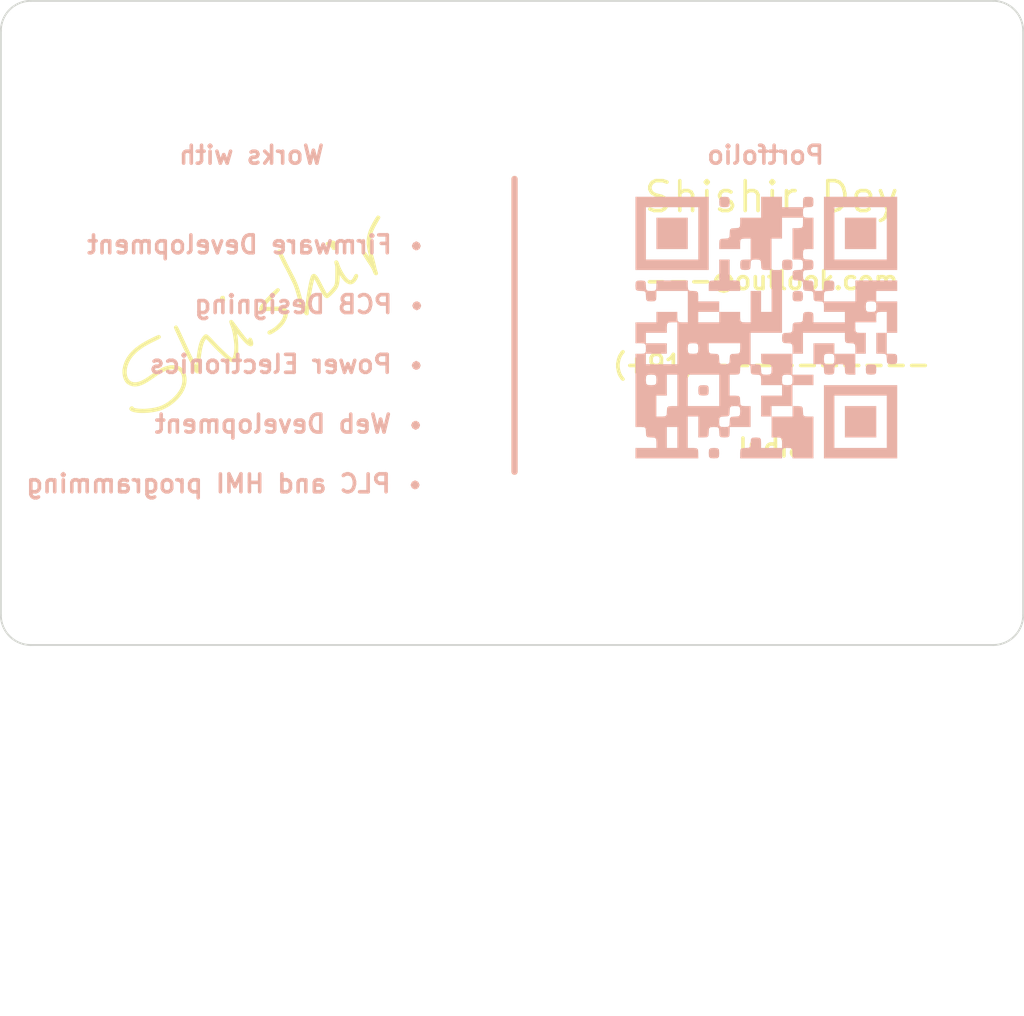
<source format=kicad_pcb>
(kicad_pcb (version 20211014) (generator pcbnew)
  (title_block (title "pcb-business-card") (date "2022-01-08") (rev "1.0") (comment 1 "Author: Shishir Dey"))
  (layers (0 "F.Cu" signal) (31 "B.Cu" signal) (34 "B.Paste" user) (35 "F.Paste" user) (36 "B.SilkS" user "B.Silkscreen") (37 "F.SilkS" user "F.Silkscreen") (38 "B.Mask" user) (39 "F.Mask" user) (44 "Edge.Cuts" user))
  (net 0 "")
  (footprint "LOGO" (layer "F.Cu") (at 149.64 99.5)
    (fp_text reference "G***" hide)
    (fp_text value "LOGO" hide)
  )
  (footprint "Custom:shishir-sign" (layer "F.Cu") (at 129 102.5)
    (fp_text reference "G***" hide)
    (fp_text value "LOGO" hide)
    (fp_poly (pts (xy 1.891563 -6.093325) (xy 1.939831 -6.0677) (xy 1.979572 -6.014952) (xy 2.019246 -5.926864) (xy 2.027917 -5.904284) (xy 2.053893 -5.842717) (xy 2.098099 -5.746092) (xy 2.157524 -5.6205) (xy 2.229157 -5.472033) (xy 2.309991 -5.306783) (xy 2.397013 -5.130841) (xy 2.487215 -4.9503) (xy 2.577587 -4.771252) (xy 2.665118 -4.599787) (xy 2.746798 -4.441998) (xy 2.806057 -4.329426) (xy 2.951243 -4.053327) (xy 3.075539 -3.809673) (xy 3.181954 -3.591244) (xy 3.2735 -3.390822) (xy 3.353185 -3.201187) (xy 3.42402 -3.01512) (xy 3.489015 -2.825402) (xy 3.551181 -2.624815) (xy 3.613527 -2.406138) (xy 3.624145 -2.367432) (xy 3.703502 -2.082382) (xy 3.773595 -1.842428) (xy 3.83441 -1.647613) (xy 3.885933 -1.497984) (xy 3.928146 -1.393583) (xy 3.961037 -1.334456) (xy 3.98072 -1.319781) (xy 3.988998 -1.341389) (xy 4.001358 -1.400702) (xy 4.016322 -1.489448) (xy 4.032414 -1.599361) (xy 4.037625 -1.638149) (xy 4.082492 -1.964739) (xy 4.129416 -2.278857) (xy 4.177666 -2.576887) (xy 4.226507 -2.855209) (xy 4.275208 -3.110207) (xy 4.323035 -3.338263) (xy 4.369256 -3.535758) (xy 4.413138 -3.699076) (xy 4.453949 -3.824598) (xy 4.490955 -3.908706) (xy 4.500719 -3.924613) (xy 4.557409 -3.996644) (xy 4.613264 -4.035258) (xy 4.684902 -4.049928) (xy 4.722811 -4.051223) (xy 4.777305 -4.049042) (xy 4.819991 -4.036878) (xy 4.863063 -4.007676) (xy 4.918716 -3.954378) (xy 4.954351 -3.917246) (xy 4.99485 -3.871753) (xy 5.035347 -3.819231) (xy 5.078864 -3.754522) (xy 5.128425 -3.67247) (xy 5.187053 -3.567919) (xy 5.25777 -3.435711) (xy 5.343598 -3.27069) (xy 5.415362 -3.13079) (xy 5.498598 -2.969227) (xy 5.576815 -2.819913) (xy 5.647129 -2.688159) (xy 5.706656 -2.579276) (xy 5.752515 -2.498576) (xy 5.781821 -2.451369) (xy 5.789176 -2.442154) (xy 5.813371 -2.425132) (xy 5.83802 -2.426602) (xy 5.872944 -2.45141) (xy 5.927964 -2.504401) (xy 5.940083 -2.516623) (xy 6.06259 -2.644489) (xy 6.175751 -2.77018) (xy 6.274039 -2.887018) (xy 6.351929 -2.988326) (xy 6.403894 -3.067429) (xy 6.416655 -3.092413) (xy 6.440762 -3.152301) (xy 6.460108 -3.215305) (xy 6.475245 -3.28732) (xy 6.486724 -3.374242) (xy 6.495097 -3.481966) (xy 6.500914 -3.616388) (xy 6.504728 -3.783403) (xy 6.50709 -3.988908) (xy 6.507638 -4.065051) (xy 6.508676 -4.25724) (xy 6.508783 -4.409532) (xy 6.507591 -4.528335) (xy 6.504733 -4.620055) (xy 6.499842 -4.691102) (xy 6.492549 -4.747882) (xy 6.482486 -4.796804) (xy 6.469287 -4.844274) (xy 6.461499 -4.869146) (xy 6.431819 -4.99599) (xy 6.434622 -5.090182) (xy 6.470127 -5.152285) (xy 6.538551 -5.182863) (xy 6.583831 -5.186509) (xy 6.650243 -5.179135) (xy 6.702414 -5.152554) (xy 6.746011 -5.100077) (xy 6.786699 -5.015013) (xy 6.827553 -4.898758) (xy 6.904223 -4.68961) (xy 7.000023 -4.474221) (xy 7.109738 -4.261617) (xy 7.228154 -4.060827) (xy 7.350056 -3.880878) (xy 7.470228 -3.730798) (xy 7.549049 -3.649714) (xy 7.648635 -3.568676) (xy 7.733924 -3.526713) (xy 7.80922 -3.525113) (xy 7.878829 -3.565164) (xy 7.947057 -3.648154) (xy 8.018209 -3.775371) (xy 8.02663 -3.792598) (xy 8.0813 -3.902178) (xy 8.123944 -3.976008) (xy 8.160679 -4.020947) (xy 8.197621 -4.043849) (xy 8.240888 -4.051573) (xy 8.25801 -4.05196) (xy 8.345287 -4.033711) (xy 8.401952 -3.982343) (xy 8.423588 -3.902924) (xy 8.421444 -3.864433) (xy 8.388861 -3.740818) (xy 8.327342 -3.606689) (xy 8.245362 -3.475119) (xy 8.151396 -3.359177) (xy 8.053917 -3.271934) (xy 8.025229 -3.253297) (xy 7.887898 -3.193618) (xy 7.750972 -3.176927) (xy 7.612464 -3.203775) (xy 7.470389 -3.274716) (xy 7.322758 -3.390304) (xy 7.239578 -3.471951) (xy 7.154902 -3.566572) (xy 7.071055 -3.670376) (xy 7.001203 -3.766683) (xy 6.976788 -3.804887) (xy 6.883898 -3.95999) (xy 6.869201 -3.641299) (xy 6.853076 -3.417073) (xy 6.824929 -3.228502) (xy 6.781155 -3.065705) (xy 6.718149 -2.9188) (xy 6.632309 -2.777905) (xy 6.52003 -2.63314) (xy 6.487816 -2.595655) (xy 6.34078 -2.432994) (xy 6.204739 -2.29374) (xy 6.083478 -2.181368) (xy 5.980779 -2.099353) (xy 5.900427 -2.051169) (xy 5.890419 -2.047029) (xy 5.825922 -2.025396) (xy 5.779882 -2.023197) (xy 5.728494 -2.04093) (xy 5.707119 -2.050855) (xy 5.646221 -2.089023) (xy 5.582939 -2.148565) (xy 5.514705 -2.233255) (xy 5.43895 -2.346866) (xy 5.353105 -2.493171) (xy 5.2546 -2.675944) (xy 5.172308 -2.836372) (xy 5.06181 -3.054196) (xy 4.970202 -3.232413) (xy 4.896317 -3.373158) (xy 4.83899 -3.478564) (xy 4.797055 -3.550765) (xy 4.769347 -3.591896) (xy 4.7547 -3.60409) (xy 4.753356 -3.603371) (xy 4.738865 -3.57066) (xy 4.718064 -3.498546) (xy 4.692214 -3.39331) (xy 4.662577 -3.261233) (xy 4.630416 -3.108596) (xy 4.596991 -2.941681) (xy 4.563564 -2.76677) (xy 4.531397 -2.590143) (xy 4.501752 -2.418081) (xy 4.475891 -2.256867) (xy 4.457431 -2.130173) (xy 4.442057 -2.020245) (xy 4.421613 -1.87748) (xy 4.397979 -1.714828) (xy 4.373036 -1.545236) (xy 4.350414 -1.393311) (xy 4.329085 -1.24534) (xy 4.310854 -1.107816) (xy 4.296722 -0.989214) (xy 4.287686 -0.898008) (xy 4.284746 -0.842675) (xy 4.284914 -0.837614) (xy 4.287691 -0.749671) (xy 4.280925 -0.692881) (xy 4.261306 -0.652507) (xy 4.237192 -0.625159) (xy 4.169516 -0.586974) (xy 4.090026 -0.583096) (xy 4.01852 -0.614034) (xy 4.012228 -0.619371) (xy 3.950215 -0.687063) (xy 3.876294 -0.786055) (xy 3.797776 -0.905511) (xy 3.721969 -1.034599) (xy 3.684212 -1.105519) (xy 3.612238 -1.263016) (xy 3.536385 -1.460074) (xy 3.458841 -1.690346) (xy 3.381795 -1.947485) (xy 3.334978 -2.118596) (xy 3.242224 -2.4541) (xy 3.153162 -2.744422) (xy 3.067902 -2.989219) (xy 3.003844 -3.148952) (xy 2.974628 -3.213359) (xy 2.929833 -3.307919) (xy 2.872464 -3.426625) (xy 2.805525 -3.563467) (xy 2.732021 -3.712437) (xy 2.654956 -3.867528) (xy 2.577334 -4.02273) (xy 2.50216 -4.172036) (xy 2.432438 -4.309438) (xy 2.371173 -4.428926) (xy 2.321369 -4.524493) (xy 2.28603 -4.590131) (xy 2.268638 -4.619234) (xy 2.248391 -4.653211) (xy 2.211969 -4.72178) (xy 2.162946 -4.81765) (xy 2.104898 -4.933528) (xy 2.041398 -5.062122) (xy 1.976023 -5.196139) (xy 1.912345 -5.328287) (xy 1.853942 -5.451274) (xy 1.804386 -5.557807) (xy 1.767254 -5.640594) (xy 1.762168 -5.652403) (xy 1.703993 -5.803679) (xy 1.674205 -5.920727) (xy 1.673185 -6.006194) (xy 1.701312 -6.06273) (xy 1.758965 -6.092983) (xy 1.826307 -6.100041)) (layer "F.SilkS") (width 0) (fill solid))
    (fp_poly (pts (xy -2.15366 -0.2016) (xy -2.087721 -0.165933) (xy -2.08741 -0.165623) (xy -2.05723 -0.130701) (xy -2.006839 -0.067404) (xy -1.943303 0.015221) (xy -1.874937 0.106437) (xy -1.666919 0.386464) (xy -1.484219 0.63013) (xy -1.325579 0.838997) (xy -1.189742 1.014626) (xy -1.075449 1.15858) (xy -0.981442 1.272419) (xy -0.906464 1.357706) (xy -0.849256 1.416003) (xy -0.80856 1.44887) (xy -0.786238 1.457969) (xy -0.77197 1.438818) (xy -0.753729 1.391022) (xy -0.751506 1.383705) (xy -0.710481 1.314393) (xy -0.64489 1.279621) (xy -0.565657 1.284176) (xy -0.543698 1.292607) (xy -0.491545 1.337817) (xy -0.443004 1.417351) (xy -0.401573 1.519225) (xy -0.37075 1.631455) (xy -0.354035 1.742057) (xy -0.354925 1.839046) (xy -0.368302 1.893412) (xy -0.419875 1.96609) (xy -0.496438 2.003133) (xy -0.593105 2.004289) (xy -0.704993 1.969308) (xy -0.801275 1.91573) (xy -0.894787 1.843839) (xy -1.008114 1.740079) (xy -1.135227 1.611008) (xy -1.270098 1.463183) (xy -1.406701 1.303163) (xy -1.539006 1.137505) (xy -1.636321 1.007244) (xy -1.671868 0.965719) (xy -1.696891 0.950108) (xy -1.700063 0.951415) (xy -1.701311 0.978141) (xy -1.694724 1.040977) (xy -1.681516 1.130616) (xy -1.6629 1.237754) (xy -1.662335 1.240799) (xy -1.642247 1.377036) (xy -1.626446 1.541219) (xy -1.614998 1.724603) (xy -1.607972 1.918442) (xy -1.605433 2.11399) (xy -1.60745 2.302502) (xy -1.614088 2.475232) (xy -1.625416 2.623435) (xy -1.6415 2.738366) (xy -1.650543 2.777754) (xy -1.696382 2.920014) (xy -1.751102 3.052003) (xy -1.810163 3.165096) (xy -1.869025 3.250664) (xy -1.923151 3.300082) (xy -1.92624 3.301756) (xy -2.016858 3.325872) (xy -2.131176 3.321701) (xy -2.257205 3.290465) (xy -2.330708 3.26054) (xy -2.397911 3.219765) (xy -2.49248 3.149077) (xy -2.610206 3.052439) (xy -2.746878 2.933813) (xy -2.898287 2.79716) (xy -3.060225 2.646442) (xy -3.228482 2.485621) (xy -3.398849 2.31866) (xy -3.567116 2.149519) (xy -3.729074 1.982162) (xy -3.880514 1.820549) (xy -3.993851 1.69514) (xy -4.083152 1.596402) (xy -4.163127 1.511767) (xy -4.228387 1.446637) (xy -4.273545 1.406412) (xy -4.292394 1.39591) (xy -4.330699 1.427249) (xy -4.377823 1.494539) (xy -4.429086 1.589435) (xy -4.479804 1.703594) (xy -4.510261 1.784175) (xy -4.562798 1.948529) (xy -4.609117 2.127788) (xy -4.650892 2.329977) (xy -4.689798 2.563121) (xy -4.72423 2.809797) (xy -4.746053 2.991862) (xy -4.758861 3.141106) (xy -4.762508 3.27016) (xy -4.756847 3.391656) (xy -4.741734 3.518222) (xy -4.717023 3.662491) (xy -4.714233 3.677249) (xy -4.694812 3.853176) (xy -4.707809 4.002072) (xy -4.752481 4.121637) (xy -4.828085 4.209569) (xy -4.899781 4.251389) (xy -4.970492 4.276404) (xy -5.025098 4.278821) (xy -5.08794 4.258598) (xy -5.105469 4.251027) (xy -5.177984 4.208305) (xy -5.235338 4.146086) (xy -5.28714 4.05298) (xy -5.303437 4.016383) (xy -5.325466 3.968131) (xy -5.365252 3.884248) (xy -5.419962 3.770581) (xy -5.48676 3.632976) (xy -5.562812 3.477281) (xy -5.645284 3.309341) (xy -5.701544 3.19526) (xy -5.793534 3.008347) (xy -5.886915 2.817325) (xy -5.97761 2.630629) (xy -6.061539 2.456697) (xy -6.134621 2.303964) (xy -6.192778 2.180868) (xy -6.210978 2.14175) (xy -6.276197 2.000624) (xy -6.353529 1.833205) (xy -6.435696 1.655255) (xy -6.515421 1.482533) (xy -6.563808 1.377666) (xy -6.633138 1.227688) (xy -6.705421 1.071856) (xy -6.774808 0.922739) (xy -6.835455 0.792905) (xy -6.8743 0.7102) (xy -6.920705 0.608121) (xy -6.958553 0.517863) (xy -6.983825 0.449496) (xy -6.992525 0.413933) (xy -6.973575 0.359936) (xy -6.927438 0.305145) (xy -6.87018 0.265301) (xy -6.829977 0.254695) (xy -6.768032 0.265824) (xy -6.736066 0.278793) (xy -6.702418 0.313815) (xy -6.653465 0.390073) (xy -6.590313 0.505498) (xy -6.514066 0.658021) (xy -6.425828 0.845574) (xy -6.382723 0.940363) (xy -6.327479 1.06175) (xy -6.26204 1.203668) (xy -6.196227 1.344889) (xy -6.158979 1.423975) (xy -6.098614 1.552349) (xy -6.033003 1.693337) (xy -5.97168 1.826394) (xy -5.938753 1.898633) (xy -5.888974 2.006966) (xy -5.82731 2.13863) (xy -5.756358 2.288304) (xy -5.678712 2.45067) (xy -5.596969 2.620406) (xy -5.513723 2.792193) (xy -5.431571 2.96071) (xy -5.353107 3.120638) (xy -5.280927 3.266657) (xy -5.217627 3.393446) (xy -5.165802 3.495686) (xy -5.128047 3.568056) (xy -5.106958 3.605236) (xy -5.104626 3.608375) (xy -5.102701 3.590532) (xy -5.103496 3.5361) (xy -5.10678 3.454699) (xy -5.109672 3.399988) (xy -5.112494 3.292014) (xy -5.108504 3.172439) (xy -5.097015 3.031831) (xy -5.077341 2.860759) (xy -5.061894 2.743756) (xy -5.018317 2.445982) (xy -4.973909 2.189245) (xy -4.926985 1.968282) (xy -4.875861 1.777829) (xy -4.818853 1.612623) (xy -4.754275 1.4674) (xy -4.680443 1.336898) (xy -4.595673 1.215853) (xy -4.557546 1.167956) (xy -4.485701 1.087357) (xy -4.419178 1.031034) (xy -4.353844 1.000499) (xy -4.285566 0.997265) (xy -4.21021 1.022843) (xy -4.123643 1.078745) (xy -4.021733 1.166483) (xy -3.900345 1.287569) (xy -3.755348 1.443515) (xy -3.731057 1.470283) (xy -3.619431 1.592559) (xy -3.506281 1.714706) (xy -3.399475 1.828357) (xy -3.306884 1.925143) (xy -3.236376 1.9967) (xy -3.230149 2.002826) (xy -3.023948 2.20309) (xy -2.833363 2.384843) (xy -2.660926 2.545805) (xy -2.509169 2.683692) (xy -2.380625 2.796224) (xy -2.277825 2.881118) (xy -2.203302 2.936093) (xy -2.176893 2.95193) (xy -2.128513 2.973542) (xy -2.100876 2.968799) (xy -2.074951 2.935015) (xy -2.032342 2.842783) (xy -1.995643 2.713663) (xy -1.965936 2.556821) (xy -1.944301 2.381423) (xy -1.931819 2.196636) (xy -1.929572 2.011626) (xy -1.938641 1.835561) (xy -1.941652 1.804631) (xy -1.982368 1.455343) (xy -2.026533 1.148917) (xy -2.074818 0.88199) (xy -2.127892 0.6512) (xy -2.186427 0.453183) (xy -2.239107 0.31258) (xy -2.300089 0.158742) (xy -2.338854 0.040033) (xy -2.35617 -0.048619) (xy -2.352805 -0.112287) (xy -2.329527 -0.156041) (xy -2.312363 -0.170865) (xy -2.234276 -0.203377)) (layer "F.SilkS") (width 0) (fill solid))
    (fp_poly (pts (xy -8.172237 1.074429) (xy -8.115846 1.122283) (xy -8.084334 1.187451) (xy -8.08305 1.257999) (xy -8.117347 1.32199) (xy -8.125337 1.329786) (xy -8.159791 1.352474) (xy -8.228579 1.391115) (xy -8.324228 1.441752) (xy -8.439263 1.500425) (xy -8.562363 1.561302) (xy -8.786454 1.671422) (xy -8.975763 1.766838) (xy -9.137805 1.851697) (xy -9.280095 1.930146) (xy -9.410149 2.006332) (xy -9.535481 2.084401) (xy -9.663607 2.168502) (xy -9.66775 2.171281) (xy -9.963264 2.389627) (xy -10.222638 2.622887) (xy -10.444448 2.868743) (xy -10.627268 3.124878) (xy -10.769671 3.388973) (xy -10.870234 3.658713) (xy -10.927529 3.931779) (xy -10.940132 4.205854) (xy -10.938659 4.237192) (xy -10.90984 4.445973) (xy -10.850149 4.626339) (xy -10.761965 4.775782) (xy -10.647667 4.891793) (xy -10.509633 4.971864) (xy -10.350243 5.013486) (xy -10.199362 5.016731) (xy -10.022471 4.991344) (xy -9.843405 4.940836) (xy -9.655809 4.862489) (xy -9.453326 4.753583) (xy -9.2296 4.6114) (xy -9.19216 4.585898) (xy -8.940593 4.413563) (xy -8.722848 4.265651) (xy -8.534878 4.13993) (xy -8.372638 4.034168) (xy -8.23208 3.946134) (xy -8.109158 3.873597) (xy -7.999826 3.814324) (xy -7.900037 3.766085) (xy -7.805745 3.726648) (xy -7.712904 3.693781) (xy -7.617466 3.665254) (xy -7.515387 3.638833) (xy -7.444029 3.621843) (xy -7.31438 3.599891) (xy -7.164652 3.587485) (xy -7.009593 3.584694) (xy -6.863953 3.591586) (xy -6.742479 3.60823) (xy -6.701401 3.618386) (xy -6.495112 3.701935) (xy -6.319315 3.819729) (xy -6.174883 3.970421) (xy -6.062686 4.152661) (xy -5.983595 4.365101) (xy -5.938482 4.606392) (xy -5.927438 4.816779) (xy -5.950266 5.097054) (xy -6.017715 5.378335) (xy -6.128237 5.658068) (xy -6.280283 5.9337) (xy -6.472303 6.202677) (xy -6.702749 6.462446) (xy -6.97007 6.710453) (xy -7.175093 6.873296) (xy -7.334482 6.983117) (xy -7.515964 7.093043) (xy -7.706429 7.196121) (xy -7.892765 7.285401) (xy -8.06186 7.353931) (xy -8.116222 7.372257) (xy -8.427629 7.45523) (xy -8.767298 7.519201) (xy -9.120581 7.562584) (xy -9.472833 7.583793) (xy -9.809405 7.581241) (xy -9.956244 7.571537) (xy -10.185165 7.543533) (xy -10.375173 7.503182) (xy -10.52498 7.451059) (xy -10.633299 7.387735) (xy -10.69884 7.313784) (xy -10.720328 7.231706) (xy -10.702747 7.153957) (xy -10.656794 7.090717) (xy -10.592657 7.04588) (xy -10.520526 7.023337) (xy -10.450587 7.026983) (xy -10.393029 7.06071) (xy -10.368546 7.097286) (xy -10.345643 7.130967) (xy -10.307181 7.157612) (xy -10.246917 7.178886) (xy -10.158611 7.196458) (xy -10.036023 7.211995) (xy -9.886782 7.225994) (xy -9.629924 7.237207) (xy -9.35285 7.230551) (xy -9.066776 7.207482) (xy -8.782922 7.169457) (xy -8.512504 7.117932) (xy -8.266742 7.054362) (xy -8.086568 6.992327) (xy -7.772542 6.84396) (xy -7.465228 6.651268) (xy -7.167258 6.416056) (xy -6.957485 6.218873) (xy -6.732735 5.969751) (xy -6.553674 5.720732) (xy -6.419702 5.470505) (xy -6.33022 5.21776) (xy -6.28463 4.961188) (xy -6.280068 4.73653) (xy -6.308132 4.515688) (xy -6.367864 4.327895) (xy -6.458042 4.174182) (xy -6.57744 4.055578) (xy -6.724836 3.973113) (xy -6.899006 3.927816) (xy -7.098726 3.920717) (xy -7.232069 3.935502) (xy -7.415219 3.972232) (xy -7.592563 4.024134) (xy -7.771016 4.094458) (xy -7.957493 4.186457) (xy -8.15891 4.303383) (xy -8.382183 4.448489) (xy -8.509116 4.53609) (xy -8.761907 4.711407) (xy -8.983261 4.860001) (xy -9.177825 4.984175) (xy -9.350243 5.086232) (xy -9.505162 5.168475) (xy -9.647227 5.233208) (xy -9.781083 5.282732) (xy -9.911377 5.319352) (xy -10.042754 5.34537) (xy -10.176639 5.362761) (xy -10.356855 5.361859) (xy -10.540771 5.326309) (xy -10.716857 5.260489) (xy -10.873578 5.168775) (xy -10.999402 5.055542) (xy -11.005719 5.048157) (xy -11.115767 4.884959) (xy -11.201438 4.690314) (xy -11.260565 4.473409) (xy -11.290981 4.243432) (xy -11.290519 4.009569) (xy -11.277975 3.893661) (xy -11.206962 3.566593) (xy -11.091591 3.252038) (xy -10.93222 2.950466) (xy -10.729205 2.662342) (xy -10.482902 2.388134) (xy -10.193667 2.128309) (xy -9.861858 1.883334) (xy -9.632974 1.737948) (xy -9.49431 1.657061) (xy -9.340373 1.57131) (xy -9.177048 1.483595) (xy -9.010224 1.396817) (xy -8.845786 1.313874) (xy -8.689623 1.237667) (xy -8.547621 1.171096) (xy -8.425667 1.11706) (xy -8.329648 1.078459) (xy -8.265451 1.058192) (xy -8.248155 1.055825)) (layer "F.SilkS") (width 0) (fill solid))
    (fp_poly (pts (xy 10.177637 -8.916276) (xy 10.239894 -8.866661) (xy 10.262142 -8.831776) (xy 10.271863 -8.811799) (xy 10.278185 -8.794767) (xy 10.278644 -8.775234) (xy 10.270777 -8.747758) (xy 10.25212 -8.706893) (xy 10.22021 -8.647196) (xy 10.172583 -8.563223) (xy 10.106775 -8.449529) (xy 10.027073 -8.312306) (xy 9.874911 -8.040465) (xy 9.751337 -7.796985) (xy 9.654214 -7.575584) (xy 9.581399 -7.36998) (xy 9.530754 -7.173891) (xy 9.500138 -6.981036) (xy 9.487412 -6.785132) (xy 9.486762 -6.726253) (xy 9.490127 -6.594959) (xy 9.500981 -6.459809) (xy 9.520512 -6.314525) (xy 9.549909 -6.152832) (xy 9.590362 -5.968451) (xy 9.643057 -5.755107) (xy 9.709185 -5.506521) (xy 9.736709 -5.406472) (xy 9.781369 -5.242275) (xy 9.824089 -5.079669) (xy 9.862436 -4.928343) (xy 9.893976 -4.797983) (xy 9.916276 -4.698276) (xy 9.922441 -4.667116) (xy 9.949219 -4.54561) (xy 9.984808 -4.414994) (xy 10.02214 -4.300869) (xy 10.027365 -4.286984) (xy 10.06625 -4.171395) (xy 10.079764 -4.086827) (xy 10.067673 -4.025406) (xy 10.02974 -3.97926) (xy 10.017909 -3.97038) (xy 9.935467 -3.937942) (xy 9.849977 -3.949183) (xy 9.770873 -4.002229) (xy 9.720233 -4.073005) (xy 9.676963 -4.170367) (xy 9.666076 -4.204827) (xy 9.620955 -4.331511) (xy 9.551481 -4.476555) (xy 9.455061 -4.644841) (xy 9.329097 -4.841252) (xy 9.32273 -4.850775) (xy 9.181635 -5.063878) (xy 9.059037 -5.254031) (xy 8.956435 -5.41872) (xy 8.875332 -5.555431) (xy 8.817228 -5.661648) (xy 8.783625 -5.734858) (xy 8.775387 -5.767546) (xy 8.795543 -5.830569) (xy 8.845614 -5.887198) (xy 8.910006 -5.922477) (xy 8.942111 -5.927438) (xy 8.990665 -5.920341) (xy 9.037187 -5.895166) (xy 9.087805 -5.846088) (xy 9.148647 -5.767285) (xy 9.217469 -5.66574) (xy 9.271531 -5.585461) (xy 9.31356 -5.527326) (xy 9.339162 -5.497103) (xy 9.344382 -5.499088) (xy 9.266703 -5.800355) (xy 9.204921 -6.077151) (xy 9.159852 -6.32501) (xy 9.132313 -6.539465) (xy 9.123122 -6.710241) (xy 9.134763 -6.913552) (xy 9.168883 -7.141301) (xy 9.222657 -7.379142) (xy 9.293257 -7.612732) (xy 9.310516 -7.661438) (xy 9.359881 -7.784922) (xy 9.423309 -7.92543) (xy 9.497271 -8.076763) (xy 9.578244 -8.232717) (xy 9.662699 -8.387092) (xy 9.747111 -8.533686) (xy 9.827953 -8.666297) (xy 9.901699 -8.778723) (xy 9.964823 -8.864764) (xy 10.013798 -8.918216) (xy 10.032439 -8.931045) (xy 10.102684 -8.940245)) (layer "F.SilkS") (width 0) (fill solid))
    (fp_poly (pts (xy -2.859526 -2.223629) (xy -2.789817 -2.19579) (xy -2.742527 -2.134345) (xy -2.725349 -2.049593) (xy -2.725439 -2.044163) (xy -2.721106 -1.974449) (xy -2.707248 -1.918931) (xy -2.70495 -1.914174) (xy -2.696218 -1.854675) (xy -2.717697 -1.787838) (xy -2.76116 -1.732145) (xy -2.795187 -1.711452) (xy -2.882629 -1.693266) (xy -2.980899 -1.694378) (xy -3.065406 -1.714084) (xy -3.077217 -1.71953) (xy -3.13164 -1.75528) (xy -3.159793 -1.79944) (xy -3.164786 -1.863201) (xy -3.149729 -1.95776) (xy -3.14696 -1.970623) (xy -3.111469 -2.090682) (xy -3.063377 -2.169966) (xy -2.996985 -2.213492) (xy -2.906596 -2.226276)) (layer "F.SilkS") (width 0) (fill solid))
    (fp_poly (pts (xy 1.764265 -2.856526) (xy 1.816407 -2.816493) (xy 1.818646 -2.81427) (xy 1.850676 -2.779169) (xy 1.870083 -2.745887) (xy 1.874196 -2.710109) (xy 1.86034 -2.667521) (xy 1.825841 -2.613807) (xy 1.768028 -2.544652) (xy 1.684225 -2.45574) (xy 1.57176 -2.342757) (xy 1.455896 -2.228749) (xy 1.30661 -2.080663) (xy 1.162473 -1.934299) (xy 1.027126 -1.793635) (xy 0.904213 -1.662651) (xy 0.797374 -1.545325) (xy 0.710251 -1.445637) (xy 0.646488 -1.367566) (xy 0.609725 -1.315089) (xy 0.602005 -1.295865) (xy 0.618497 -1.278353) (xy 0.671476 -1.279275) (xy 0.688833 -1.281916) (xy 0.738327 -1.287088) (xy 0.825506 -1.293022) (xy 0.941762 -1.299262) (xy 1.078488 -1.305354) (xy 1.227075 -1.310843) (xy 1.250865 -1.311618) (xy 1.517882 -1.316697) (xy 1.743617 -1.313161) (xy 1.932362 -1.300596) (xy 2.088411 -1.278587) (xy 2.216058 -1.24672) (xy 2.310239 -1.209251) (xy 2.408083 -1.149592) (xy 2.474113 -1.076904) (xy 2.514761 -0.980813) (xy 2.536457 -0.850949) (xy 2.537173 -0.843239) (xy 2.533285 -0.63835) (xy 2.486743 -0.422199) (xy 2.398748 -0.198397) (xy 2.270499 0.029444) (xy 2.224298 0.098126) (xy 2.094744 0.269259) (xy 1.956448 0.420873) (xy 1.799592 0.562144) (xy 1.614355 0.702247) (xy 1.48186 0.791954) (xy 1.336292 0.884985) (xy 1.221452 0.952301) (xy 1.131181 0.996183) (xy 1.059319 1.018912) (xy 0.999707 1.022771) (xy 0.946185 1.01004) (xy 0.922059 0.999314) (xy 0.87015 0.966098) (xy 0.846064 0.92308) (xy 0.838228 0.867079) (xy 0.842532 0.79156) (xy 0.873353 0.736649) (xy 0.93799 0.693662) (xy 1.007201 0.666037) (xy 1.106354 0.620994) (xy 1.227592 0.549444) (xy 1.361024 0.458381) (xy 1.496763 0.354797) (xy 1.624917 0.245682) (xy 1.694186 0.180338) (xy 1.875006 -0.015039) (xy 2.012638 -0.202424) (xy 2.108822 -0.385037) (xy 2.1653 -0.566095) (xy 2.183461 -0.723648) (xy 2.188058 -0.890257) (xy 2.095442 -0.924271) (xy 2.037281 -0.936362) (xy 1.939055 -0.946098) (xy 1.806948 -0.953404) (xy 1.647146 -0.958211) (xy 1.465837 -0.960444) (xy 1.269204 -0.960033) (xy 1.063434 -0.956905) (xy 0.854713 -0.950989) (xy 0.649226 -0.942211) (xy 0.632094 -0.94133) (xy 0.256986 -0.921766) (xy 0.197955 -0.980797) (xy 0.149333 -1.06056) (xy 0.14176 -1.161157) (xy 0.175232 -1.281991) (xy 0.199427 -1.334505) (xy 0.248567 -1.414376) (xy 0.327026 -1.520486) (xy 0.430079 -1.647684) (xy 0.552997 -1.79082) (xy 0.691056 -1.944741) (xy 0.839528 -2.104299) (xy 0.993686 -2.264341) (xy 1.148804 -2.419717) (xy 1.300156 -2.565277) (xy 1.443015 -2.695869) (xy 1.472275 -2.721591) (xy 1.572209 -2.803445) (xy 1.649378 -2.851932) (xy 1.710992 -2.868983)) (layer "F.SilkS") (width 0) (fill solid))
    (fp_poly (pts (xy 6.385256 -6.836256) (xy 6.47632 -6.796908) (xy 6.547725 -6.736473) (xy 6.57736 -6.68764) (xy 6.593663 -6.604595) (xy 6.585459 -6.512703) (xy 6.555709 -6.433851) (xy 6.540165 -6.412728) (xy 6.515518 -6.368952) (xy 6.527598 -6.324506) (xy 6.550798 -6.243676) (xy 6.544017 -6.1596) (xy 6.509082 -6.092413) (xy 6.50629 -6.089517) (xy 6.438198 -6.051208) (xy 6.356718 -6.04724) (xy 6.284176 -6.076259) (xy 6.245176 -6.117897) (xy 6.205168 -6.181693) (xy 6.194468 -6.203606) (xy 6.154515 -6.27046) (xy 6.114521 -6.297584) (xy 6.110023 -6.297903) (xy 6.036191 -6.31096) (xy 5.944367 -6.34452) (xy 5.852652 -6.390168) (xy 5.779149 -6.439489) (xy 5.754744 -6.463062) (xy 5.706053 -6.543467) (xy 5.702678 -6.616151) (xy 5.74458 -6.682747) (xy 5.749487 -6.687486) (xy 5.822866 -6.72817) (xy 5.907167 -6.733647) (xy 5.98349 -6.702717) (xy 5.983961 -6.702363) (xy 6.035311 -6.671962) (xy 6.061554 -6.678754) (xy 6.066363 -6.704152) (xy 6.08174 -6.743944) (xy 6.119165 -6.792647) (xy 6.123196 -6.796768) (xy 6.195784 -6.839289) (xy 6.28744 -6.851417)) (layer "F.SilkS") (width 0) (fill solid))
  )
  (footprint "Custom:shishir-portfolio-qr-code" (layer "B.Cu") (at 171.5 103 180)
    (fp_text reference "G***" hide)
    (fp_text value "LOGO" hide)
    (fp_poly (pts (xy 3.878818 4.003941) (xy 4.316749 4.003941) (xy 4.610264 3.984572) (xy 4.730637 3.875292) (xy 4.754625 3.599343) (xy 4.75468 3.56601) (xy 4.75468 3.128079) (xy 2.127093 3.128079) (xy 2.127093 3.56601) (xy 2.146463 3.859525) (xy 2.255743 3.979898) (xy 2.531691 4.003887) (xy 2.565024 4.003941) (xy 3.002955 4.003941) (xy 3.002955 5.755665) (xy 3.878818 5.755665)) (layer "B.SilkS") (width 0) (fill solid))
    (fp_poly (pts (xy -8.527667 -3.022325) (xy -8.407294 -3.131605) (xy -8.383306 -3.407553) (xy -8.383251 -3.440886) (xy -8.402621 -3.734402) (xy -8.511901 -3.854775) (xy -8.787849 -3.878763) (xy -8.821182 -3.878818) (xy -9.114698 -3.859448) (xy -9.235071 -3.750168) (xy -9.259059 -3.474219) (xy -9.259114 -3.440886) (xy -9.239744 -3.147371) (xy -9.130464 -3.026998) (xy -8.854516 -3.00301) (xy -8.821182 -3.002955)) (layer "B.SilkS") (width 0) (fill solid))
    (fp_poly (pts (xy 0.375369 9.259114) (xy 2.127093 9.259114) (xy 2.127093 8.821182) (xy 2.146463 8.527667) (xy 2.255743 8.407294) (xy 2.531691 8.383306) (xy 2.565024 8.383251) (xy 2.85854 8.363882) (xy 2.978913 8.254602) (xy 3.002901 7.978653) (xy 3.002955 7.94532) (xy 3.022325 7.651805) (xy 3.131605 7.531432) (xy 3.407553 7.507444) (xy 3.440886 7.507389) (xy 3.734402 7.48802) (xy 3.854775 7.37874) (xy 3.878763 7.102791) (xy 3.878818 7.069458) (xy 3.878818 6.631527) (xy 2.127093 6.631527) (xy 2.127093 7.069458) (xy 2.107724 7.362974) (xy 1.998444 7.483346) (xy 1.722495 7.507335) (xy 1.689162 7.507389) (xy 1.251231 7.507389) (xy 1.251231 5.755665) (xy 1.689162 5.755665) (xy 1.982678 5.736296) (xy 2.10305 5.627016) (xy 2.127039 5.351067) (xy 2.127093 5.317734) (xy 2.107724 5.024219) (xy 1.998444 4.903846) (xy 1.722495 4.879858) (xy 1.689162 4.879803) (xy 1.395647 4.899173) (xy 1.275274 5.008453) (xy 1.251286 5.284401) (xy 1.251231 5.317734) (xy 1.231862 5.611249) (xy 1.122582 5.731622) (xy 0.846633 5.755611) (xy 0.8133 5.755665) (xy 0.519785 5.736296) (xy 0.399412 5.627016) (xy 0.375424 5.351067) (xy 0.375369 5.317734) (xy 0.356 5.024219) (xy 0.24672 4.903846) (xy -0.029229 4.879858) (xy -0.062562 4.879803) (xy -0.500493 4.879803) (xy -0.500493 1.376355) (xy 0.375369 1.376355) (xy 0.375369 3.128079) (xy 1.251231 3.128079) (xy 1.251231 0.500493) (xy 1.689162 0.500493) (xy 3.878818 0.500493) (xy 5.630542 0.500493) (xy 5.630542 1.376355) (xy 3.878818 1.376355) (xy 3.878818 0.500493) (xy 1.689162 0.500493) (xy 1.982678 0.519862) (xy 2.10305 0.629142) (xy 2.127039 0.905091) (xy 2.127093 0.938424) (xy 2.127093 1.376355) (xy 3.878818 1.376355) (xy 3.878818 2.252217) (xy 5.630542 2.252217) (xy 5.630542 2.690148) (xy 5.649911 2.983663) (xy 5.759191 3.104036) (xy 6.03514 3.128025) (xy 6.068473 3.128079) (xy 6.361988 3.147448) (xy 6.482361 3.256728) (xy 6.506349 3.532677) (xy 6.506404 3.56601) (xy 6.506404 4.003941) (xy 9.13399 4.003941) (xy 9.13399 3.56601) (xy 9.153359 3.272495) (xy 9.262639 3.152122) (xy 9.538588 3.128133) (xy 9.571921 3.128079) (xy 9.865436 3.147448) (xy 9.985809 3.256728) (xy 10.009798 3.532677) (xy 10.009852 3.56601) (xy 10.029221 3.859525) (xy 10.138501 3.979898) (xy 10.41445 4.003887) (xy 10.447783 4.003941) (xy 10.741298 3.984572) (xy 10.861671 3.875292) (xy 10.88566 3.599343) (xy 10.885714 3.56601) (xy 10.866345 3.272495) (xy 10.757065 3.152122) (xy 10.481116 3.128133) (xy 10.447783 3.128079) (xy 10.154268 3.10871) (xy 10.033895 2.99943) (xy 10.009906 2.723481) (xy 10.009852 2.690148) (xy 9.990483 2.396633) (xy 9.881203 2.27626) (xy 9.605254 2.252271) (xy 9.571921 2.252217) (xy 9.278406 2.271586) (xy 9.158033 2.380866) (xy 9.134044 2.656815) (xy 9.13399 2.690148) (xy 9.13399 3.128079) (xy 6.506404 3.128079) (xy 6.506404 0.500493) (xy 6.944335 0.500493) (xy 7.23785 0.519862) (xy 7.358223 0.629142) (xy 7.382211 0.905091) (xy 7.382266 0.938424) (xy 7.382266 1.376355) (xy 9.13399 1.376355) (xy 9.13399 0.500493) (xy 10.885714 0.500493) (xy 10.885714 -1.251231) (xy 10.447783 -1.251231) (xy 10.154268 -1.270601) (xy 10.033895 -1.379881) (xy 10.009906 -1.655829) (xy 10.009852 -1.689162) (xy 10.029221 -1.982678) (xy 10.138501 -2.10305) (xy 10.41445 -2.127039) (xy 10.447783 -2.127093) (xy 10.885714 -2.127093) (xy 10.885714 -8.258128) (xy 10.447783 -8.258128) (xy 10.154268 -8.277497) (xy 10.033895 -8.386777) (xy 10.009906 -8.662726) (xy 10.009852 -8.696059) (xy 9.990483 -8.989574) (xy 9.881203 -9.109947) (xy 9.605254 -9.133935) (xy 9.571921 -9.13399) (xy 9.278406 -9.153359) (xy 9.158033 -9.262639) (xy 9.134044 -9.538588) (xy 9.13399 -9.571921) (xy 9.13399 -10.009852) (xy 10.885714 -10.009852) (xy 10.885714 -10.885714) (xy 5.630542 -10.885714) (xy 5.630542 -10.447783) (xy 5.649911 -10.154268) (xy 5.759191 -10.033895) (xy 6.03514 -10.009906) (xy 6.068473 -10.009852) (xy 6.506404 -10.009852) (xy 7.382266 -10.009852) (xy 8.258128 -10.009852) (xy 8.258128 -8.258128) (xy 7.382266 -8.258128) (xy 7.382266 -10.009852) (xy 6.506404 -10.009852) (xy 6.506404 -7.382266) (xy 5.630542 -7.382266) (xy 5.630542 -9.13399) (xy 5.192611 -9.13399) (xy 4.899095 -9.114621) (xy 4.778722 -9.005341) (xy 4.754734 -8.729392) (xy 4.75468 -8.696059) (xy 4.73531 -8.402544) (xy 4.62603 -8.282171) (xy 4.350082 -8.258182) (xy 4.316749 -8.258128) (xy 4.023233 -8.277497) (xy 3.90286 -8.386777) (xy 3.878872 -8.662726) (xy 3.878818 -8.696059) (xy 3.859448 -8.989574) (xy 3.750168 -9.109947) (xy 3.474219 -9.133935) (xy 3.440886 -9.13399) (xy 3.147371 -9.114621) (xy 3.026998 -9.005341) (xy 3.00301 -8.729392) (xy 3.002955 -8.696059) (xy 3.002955 -8.258128) (xy 1.251231 -8.258128) (xy 1.251231 -6.944335) (xy 2.127093 -6.944335) (xy 2.146463 -7.23785) (xy 2.255743 -7.358223) (xy 2.531691 -7.382211) (xy 2.565024 -7.382266) (xy 2.85854 -7.401635) (xy 2.978913 -7.510915) (xy 3.002901 -7.786864) (xy 3.002955 -7.820197) (xy 3.022325 -8.113712) (xy 3.131605 -8.234085) (xy 3.407553 -8.258073) (xy 3.440886 -8.258128) (xy 3.734402 -8.238759) (xy 3.854775 -8.129479) (xy 3.878763 -7.85353) (xy 3.878818 -7.820197) (xy 3.859448 -7.526682) (xy 3.750168 -7.406309) (xy 3.474219 -7.38232) (xy 3.440886 -7.382266) (xy 3.147371 -7.362896) (xy 3.026998 -7.253616) (xy 3.00301 -6.977668) (xy 3.002955 -6.944335) (xy 2.983586 -6.650819) (xy 2.874306 -6.530447) (xy 2.598357 -6.506458) (xy 2.565024 -6.506404) (xy 3.878818 -6.506404) (xy 6.506404 -6.506404) (xy 7.382266 -6.506404) (xy 7.820197 -6.506404) (xy 8.113712 -6.525773) (xy 8.234085 -6.635053) (xy 8.258073 -6.911002) (xy 8.258128 -6.944335) (xy 8.277497 -7.23785) (xy 8.386777 -7.358223) (xy 8.662726 -7.382211) (xy 8.696059 -7.382266) (xy 9.13399 -7.382266) (xy 9.13399 -5.630542) (xy 8.258128 -5.630542) (xy 8.258128 -4.316749) (xy 9.13399 -4.316749) (xy 9.153359 -4.610264) (xy 9.262639 -4.730637) (xy 9.538588 -4.754625) (xy 9.571921 -4.75468) (xy 9.865436 -4.73531) (xy 9.985809 -4.62603) (xy 10.009798 -4.350082) (xy 10.009852 -4.316749) (xy 9.990483 -4.023233) (xy 9.881203 -3.90286) (xy 9.605254 -3.878872) (xy 9.571921 -3.878818) (xy 9.278406 -3.898187) (xy 9.158033 -4.007467) (xy 9.134044 -4.283416) (xy 9.13399 -4.316749) (xy 8.258128 -4.316749) (xy 8.258128 -3.878818) (xy 7.382266 -3.878818) (xy 7.382266 -6.506404) (xy 6.506404 -6.506404) (xy 6.506404 -3.878818) (xy 3.878818 -3.878818) (xy 3.878818 -6.506404) (xy 2.565024 -6.506404) (xy 2.271509 -6.525773) (xy 2.151136 -6.635053) (xy 2.127148 -6.911002) (xy 2.127093 -6.944335) (xy 1.251231 -6.944335) (xy 1.251231 -6.506404) (xy 1.689162 -6.506404) (xy 1.982678 -6.487034) (xy 2.10305 -6.377754) (xy 2.127039 -6.101806) (xy 2.127093 -6.068473) (xy 2.146463 -5.774957) (xy 2.255743 -5.654585) (xy 2.531691 -5.630596) (xy 2.565024 -5.630542) (xy 3.002955 -5.630542) (xy 3.002955 -3.878818) (xy 2.565024 -3.878818) (xy 2.271509 -3.859448) (xy 2.151136 -3.750168) (xy 2.127148 -3.474219) (xy 2.127093 -3.440886) (xy 2.107724 -3.147371) (xy 1.998444 -3.026998) (xy 1.722495 -3.00301) (xy 1.689162 -3.002955) (xy 1.395647 -3.022325) (xy 1.275274 -3.131605) (xy 1.251286 -3.407553) (xy 1.251231 -3.440886) (xy 1.231862 -3.734402) (xy 1.122582 -3.854775) (xy 0.846633 -3.878763) (xy 0.8133 -3.878818) (xy 0.519785 -3.898187) (xy 0.399412 -4.007467) (xy 0.375424 -4.283416) (xy 0.375369 -4.316749) (xy 0.375369 -4.75468) (xy -1.376355 -4.75468) (xy -1.376355 -5.630542) (xy 0.375369 -5.630542) (xy 0.375369 -7.382266) (xy -0.500493 -7.382266) (xy -0.500493 -9.13399) (xy -0.938424 -9.13399) (xy -1.231939 -9.153359) (xy -1.352312 -9.262639) (xy -1.3763 -9.538588) (xy -1.376355 -9.571921) (xy -1.376355 -10.009852) (xy 0.375369 -10.009852) (xy 0.375369 -9.571921) (xy 0.394739 -9.278406) (xy 0.504019 -9.158033) (xy 0.779967 -9.134044) (xy 0.8133 -9.13399) (xy 1.106816 -9.153359) (xy 1.227188 -9.262639) (xy 1.251177 -9.538588) (xy 1.251231 -9.571921) (xy 1.270601 -9.865436) (xy 1.379881 -9.985809) (xy 1.655829 -10.009798) (xy 1.689162 -10.009852) (xy 1.982678 -10.029221) (xy 2.10305 -10.138501) (xy 2.127039 -10.41445) (xy 2.127093 -10.447783) (xy 2.127093 -10.885714) (xy -1.376355 -10.885714) (xy -1.376355 -10.447783) (xy -1.395724 -10.154268) (xy -1.505004 -10.033895) (xy -1.780953 -10.009906) (xy -1.814286 -10.009852) (xy -2.107801 -10.029221) (xy -2.228174 -10.138501) (xy -2.252163 -10.41445) (xy -2.252217 -10.447783) (xy -2.252217 -10.885714) (xy -4.003941 -10.885714) (xy -4.003941 -7.382266) (xy -3.56601 -7.382266) (xy -2.252217 -7.382266) (xy -0.500493 -7.382266) (xy -0.500493 -6.506404) (xy -2.252217 -6.506404) (xy -2.252217 -7.382266) (xy -3.56601 -7.382266) (xy -3.272495 -7.362896) (xy -3.152122 -7.253616) (xy -3.128133 -6.977668) (xy -3.128079 -6.944335) (xy -3.10871 -6.650819) (xy -2.99943 -6.530447) (xy -2.723481 -6.506458) (xy -2.690148 -6.506404) (xy -2.252217 -6.506404) (xy -2.252217 -4.75468) (xy -4.003941 -4.75468) (xy -4.003941 -4.316749) (xy -2.252217 -4.316749) (xy -2.232848 -4.610264) (xy -2.123568 -4.730637) (xy -1.847619 -4.754625) (xy -1.814286 -4.75468) (xy -1.520771 -4.73531) (xy -1.400398 -4.62603) (xy -1.376409 -4.350082) (xy -1.376355 -4.316749) (xy -1.395724 -4.023233) (xy -1.505004 -3.90286) (xy -1.780953 -3.878872) (xy -1.814286 -3.878818) (xy -2.107801 -3.898187) (xy -2.228174 -4.007467) (xy -2.252163 -4.283416) (xy -2.252217 -4.316749) (xy -4.003941 -4.316749) (xy -4.003941 -3.878818) (xy -2.252217 -3.878818) (xy -2.252217 -2.127093) (xy -3.128079 -2.127093) (xy -3.128079 -0.375369) (xy -6.631527 -0.375369) (xy -6.631527 -0.8133) (xy -6.650897 -1.106816) (xy -6.760177 -1.227188) (xy -7.036125 -1.251177) (xy -7.069458 -1.251231) (xy -7.362974 -1.270601) (xy -7.483346 -1.379881) (xy -7.507335 -1.655829) (xy -7.507389 -1.689162) (xy -7.507389 -2.127093) (xy -8.383251 -2.127093) (xy -8.383251 -0.375369) (xy -7.94532 -0.375369) (xy -7.651805 -0.356) (xy -7.531432 -0.24672) (xy -7.507444 0.029229) (xy -7.507389 0.062562) (xy -7.507389 0.500493) (xy -6.631527 0.500493) (xy -4.003941 0.500493) (xy -4.003941 0.938424) (xy -3.984572 1.231939) (xy -3.875292 1.352312) (xy -3.599343 1.3763) (xy -3.56601 1.376355) (xy -3.272495 1.356986) (xy -3.152122 1.247706) (xy -3.128133 0.971757) (xy -3.128079 0.938424) (xy -3.10871 0.644909) (xy -2.99943 0.524536) (xy -2.723481 0.500547) (xy -2.690148 0.500493) (xy -2.396633 0.481124) (xy -2.27626 0.371844) (xy -2.252271 0.095895) (xy -2.252217 0.062562) (xy -2.232848 -0.230953) (xy -2.123568 -0.351326) (xy -1.847619 -0.375315) (xy -1.814286 -0.375369) (xy -1.520771 -0.394739) (xy -1.400398 -0.504019) (xy -1.376409 -0.779967) (xy -1.376355 -0.8133) (xy -1.395724 -1.106816) (xy -1.505004 -1.227188) (xy -1.780953 -1.251177) (xy -1.814286 -1.251231) (xy -2.107801 -1.270601) (xy -2.228174 -1.379881) (xy -2.252163 -1.655829) (xy -2.252217 -1.689162) (xy -2.252217 -2.127093) (xy 0.375369 -2.127093) (xy 0.375369 -2.565024) (xy 0.356 -2.85854) (xy 0.24672 -2.978913) (xy -0.029229 -3.002901) (xy -0.062562 -3.002955) (xy -0.356077 -3.022325) (xy -0.47645 -3.131605) (xy -0.500438 -3.407553) (xy -0.500493 -3.440886) (xy -0.481124 -3.734402) (xy -0.371844 -3.854775) (xy -0.095895 -3.878763) (xy -0.062562 -3.878818) (xy 0.230953 -3.859448) (xy 0.351326 -3.750168) (xy 0.375315 -3.474219) (xy 0.375369 -3.440886) (xy 0.394739 -3.147371) (xy 0.504019 -3.026998) (xy 0.779967 -3.00301) (xy 0.8133 -3.002955) (xy 1.251231 -3.002955) (xy 1.251231 -1.689162) (xy 2.127093 -1.689162) (xy 2.146463 -1.982678) (xy 2.255743 -2.10305) (xy 2.531691 -2.127039) (xy 2.565024 -2.127093) (xy 2.85854 -2.146463) (xy 2.978913 -2.255743) (xy 3.002901 -2.531691) (xy 3.002955 -2.565024) (xy 3.022325 -2.85854) (xy 3.131605 -2.978913) (xy 3.407553 -3.002901) (xy 3.440886 -3.002955) (xy 7.382266 -3.002955) (xy 10.009852 -3.002955) (xy 10.009852 -2.127093) (xy 8.258128 -2.127093) (xy 8.258128 -1.251231) (xy 10.009852 -1.251231) (xy 10.009852 -0.375369) (xy 8.258128 -0.375369) (xy 8.258128 0.062562) (xy 8.238759 0.356077) (xy 8.129479 0.47645) (xy 7.85353 0.500438) (xy 7.820197 0.500493) (xy 7.382266 0.500493) (xy 7.382266 -3.002955) (xy 3.440886 -3.002955) (xy 3.734402 -2.983586) (xy 3.854775 -2.874306) (xy 3.878763 -2.598357) (xy 3.878818 -2.565024) (xy 3.898187 -2.271509) (xy 4.007467 -2.151136) (xy 4.283416 -2.127148) (xy 4.316749 -2.127093) (xy 4.610264 -2.107724) (xy 4.730637 -1.998444) (xy 4.754625 -1.722495) (xy 4.75468 -1.689162) (xy 5.630542 -1.689162) (xy 5.649911 -1.982678) (xy 5.759191 -2.10305) (xy 6.03514 -2.127039) (xy 6.068473 -2.127093) (xy 6.361988 -2.107724) (xy 6.482361 -1.998444) (xy 6.506349 -1.722495) (xy 6.506404 -1.689162) (xy 6.487034 -1.395647) (xy 6.377754 -1.275274) (xy 6.101806 -1.251286) (xy 6.068473 -1.251231) (xy 5.774957 -1.270601) (xy 5.654585 -1.379881) (xy 5.630596 -1.655829) (xy 5.630542 -1.689162) (xy 4.75468 -1.689162) (xy 4.75468 -1.251231) (xy 2.127093 -1.251231) (xy 2.127093 -1.689162) (xy 1.251231 -1.689162) (xy 1.251231 -0.375369) (xy -1.376355 -0.375369) (xy -1.376355 4.879803) (xy -0.500493 4.879803) (xy -0.500493 7.507389) (xy -1.376355 7.507389) (xy -1.376355 9.259114) (xy -3.128079 9.259114) (xy -3.128079 8.821182) (xy -3.10871 8.527667) (xy -2.99943 8.407294) (xy -2.723481 8.383306) (xy -2.690148 8.383251) (xy -2.252217 8.383251) (xy -2.252217 5.755665) (xy -2.690148 5.755665) (xy -2.983663 5.736296) (xy -3.104036 5.627016) (xy -3.128025 5.351067) (xy -3.128079 5.317734) (xy -3.10871 5.024219) (xy -2.99943 4.903846) (xy -2.723481 4.879858) (xy -2.690148 4.879803) (xy -2.396633 4.860434) (xy -2.27626 4.751154) (xy -2.252271 4.475205) (xy -2.252217 4.441872) (xy -2.271586 4.148357) (xy -2.380866 4.027984) (xy -2.656815 4.003996) (xy -2.690148 4.003941) (xy -2.983663 3.984572) (xy -3.104036 3.875292) (xy -3.128025 3.599343) (xy -3.128079 3.56601) (xy -3.147448 3.272495) (xy -3.256728 3.152122) (xy -3.532677 3.128133) (xy -3.56601 3.128079) (xy -3.859525 3.10871) (xy -3.979898 2.99943) (xy -4.003887 2.723481) (xy -4.003941 2.690148) (xy -4.02331 2.396633) (xy -4.13259 2.27626) (xy -4.408539 2.252271) (xy -4.441872 2.252217) (xy -4.735387 2.232848) (xy -4.85576 2.123568) (xy -4.879749 1.847619) (xy -4.879803 1.814286) (xy -4.879803 1.376355) (xy -6.631527 1.376355) (xy -6.631527 0.500493) (xy -7.507389 0.500493) (xy -9.259114 0.500493) (xy -9.259114 0.938424) (xy -9.278483 1.231939) (xy -9.387763 1.352312) (xy -9.663712 1.3763) (xy -9.697045 1.376355) (xy -10.134976 1.376355) (xy -10.134976 -0.375369) (xy -11.010838 -0.375369) (xy -11.010838 1.814286) (xy -9.259114 1.814286) (xy -9.239744 1.520771) (xy -9.130464 1.400398) (xy -8.854516 1.376409) (xy -8.821182 1.376355) (xy -8.527667 1.395724) (xy -8.407294 1.505004) (xy -8.383306 1.780953) (xy -8.383251 1.814286) (xy -8.402621 2.107801) (xy -8.511901 2.228174) (xy -8.787849 2.252163) (xy -8.821182 2.252217) (xy -9.114698 2.232848) (xy -9.235071 2.123568) (xy -9.259059 1.847619) (xy -9.259114 1.814286) (xy -11.010838 1.814286) (xy -11.010838 2.252217) (xy -9.259114 2.252217) (xy -9.259114 3.128079) (xy -11.010838 3.128079) (xy -11.010838 4.003941) (xy -7.507389 4.003941) (xy -7.507389 2.252217) (xy -4.879803 2.252217) (xy -4.879803 2.690148) (xy -4.899173 2.983663) (xy -5.008453 3.104036) (xy -5.284401 3.128025) (xy -5.317734 3.128079) (xy -5.611249 3.147448) (xy -5.731622 3.256728) (xy -5.755611 3.532677) (xy -5.755665 3.56601) (xy -5.736296 3.859525) (xy -5.627016 3.979898) (xy -5.351067 4.003887) (xy -5.317734 4.003941) (xy -5.024219 3.984572) (xy -4.903846 3.875292) (xy -4.879858 3.599343) (xy -4.879803 3.56601) (xy -4.860434 3.272495) (xy -4.751154 3.152122) (xy -4.475205 3.128133) (xy -4.441872 3.128079) (xy -4.148357 3.147448) (xy -4.027984 3.256728) (xy -4.003996 3.532677) (xy -4.003941 3.56601) (xy -3.984572 3.859525) (xy -3.875292 3.979898) (xy -3.599343 4.003887) (xy -3.56601 4.003941) (xy -3.272495 4.02331) (xy -3.152122 4.13259) (xy -3.128133 4.408539) (xy -3.128079 4.441872) (xy -3.147448 4.735387) (xy -3.256728 4.85576) (xy -3.532677 4.879749) (xy -3.56601 4.879803) (xy -3.859525 4.899173) (xy -3.979898 5.008453) (xy -4.003887 5.284401) (xy -4.003941 5.317734) (xy -3.984572 5.611249) (xy -3.875292 5.731622) (xy -3.599343 5.755611) (xy -3.56601 5.755665) (xy -3.272495 5.775035) (xy -3.152122 5.884315) (xy -3.128133 6.160263) (xy -3.128079 6.193596) (xy -3.147448 6.487112) (xy -3.256728 6.607484) (xy -3.532677 6.631473) (xy -3.56601 6.631527) (xy -4.003941 6.631527) (xy -4.003941 9.259114) (xy -3.56601 9.259114) (xy -3.272495 9.278483) (xy -3.152122 9.387763) (xy -3.128133 9.663712) (xy -3.128079 9.697045) (xy -3.147448 9.99056) (xy -3.256728 10.110933) (xy -3.532677 10.134921) (xy -3.56601 10.134976) (xy -3.859525 10.154345) (xy -3.979898 10.263625) (xy -4.003887 10.539574) (xy -4.003941 10.572907) (xy -3.984572 10.866422) (xy -3.875292 10.986795) (xy -3.599343 11.010783) (xy -3.56601 11.010838) (xy -3.272495 10.991468) (xy -3.152122 10.882188) (xy -3.128133 10.60624) (xy -3.128079 10.572907) (xy -3.128079 10.134976) (xy -1.376355 10.134976) (xy -1.376355 11.010838) (xy 0.375369 11.010838)) (layer "B.SilkS") (width 0) (fill solid))
    (fp_poly (pts (xy 5.486126 -4.774049) (xy 5.606499 -4.883329) (xy 5.630487 -5.159278) (xy 5.630542 -5.192611) (xy 5.611172 -5.486126) (xy 5.501892 -5.606499) (xy 5.225944 -5.630487) (xy 5.192611 -5.630542) (xy 4.899095 -5.611172) (xy 4.778722 -5.501892) (xy 4.754734 -5.225944) (xy 4.75468 -5.192611) (xy 4.774049 -4.899095) (xy 4.883329 -4.778722) (xy 5.159278 -4.754734) (xy 5.192611 -4.75468)) (layer "B.SilkS") (width 0) (fill solid))
    (fp_poly (pts (xy -6.631527 -9.13399) (xy -9.259114 -9.13399) (xy -9.259114 -6.506404) (xy -6.631527 -6.506404)) (layer "B.SilkS") (width 0) (fill solid))
    (fp_poly (pts (xy -4.879803 4.879803) (xy -11.010838 4.879803) (xy -11.010838 5.755665) (xy -10.134976 5.755665) (xy -5.755665 5.755665) (xy -5.755665 10.134976) (xy -10.134976 10.134976) (xy -10.134976 5.755665) (xy -11.010838 5.755665) (xy -11.010838 11.010838) (xy -4.879803 11.010838)) (layer "B.SilkS") (width 0) (fill solid))
    (fp_poly (pts (xy -6.631527 6.631527) (xy -9.259114 6.631527) (xy -9.259114 9.259114) (xy -6.631527 9.259114)) (layer "B.SilkS") (width 0) (fill solid))
    (fp_poly (pts (xy -2.396633 3.10871) (xy -2.27626 2.99943) (xy -2.252271 2.723481) (xy -2.252217 2.690148) (xy -2.271586 2.396633) (xy -2.380866 2.27626) (xy -2.656815 2.252271) (xy -2.690148 2.252217) (xy -2.983663 2.271586) (xy -3.104036 2.380866) (xy -3.128025 2.656815) (xy -3.128079 2.690148) (xy -3.10871 2.983663) (xy -2.99943 3.104036) (xy -2.723481 3.128025) (xy -2.690148 3.128079)) (layer "B.SilkS") (width 0) (fill solid))
    (fp_poly (pts (xy -9.259114 -2.127093) (xy -9.697045 -2.127093) (xy -9.99056 -2.146463) (xy -10.110933 -2.255743) (xy -10.134921 -2.531691) (xy -10.134976 -2.565024) (xy -10.154345 -2.85854) (xy -10.263625 -2.978913) (xy -10.539574 -3.002901) (xy -10.572907 -3.002955) (xy -10.866422 -2.983586) (xy -10.986795 -2.874306) (xy -11.010783 -2.598357) (xy -11.010838 -2.565024) (xy -10.991468 -2.271509) (xy -10.882188 -2.151136) (xy -10.60624 -2.127148) (xy -10.572907 -2.127093) (xy -10.134976 -2.127093) (xy -10.134976 -0.375369) (xy -9.259114 -0.375369)) (layer "B.SilkS") (width 0) (fill solid))
    (fp_poly (pts (xy -4.879803 -10.885714) (xy -11.010838 -10.885714) (xy -11.010838 -10.009852) (xy -10.134976 -10.009852) (xy -5.755665 -10.009852) (xy -5.755665 -5.630542) (xy -10.134976 -5.630542) (xy -10.134976 -10.009852) (xy -11.010838 -10.009852) (xy -11.010838 -4.75468) (xy -4.879803 -4.75468)) (layer "B.SilkS") (width 0) (fill solid))
    (fp_poly (pts (xy 3.734402 10.991468) (xy 3.854775 10.882188) (xy 3.878763 10.60624) (xy 3.878818 10.572907) (xy 3.859448 10.279391) (xy 3.750168 10.159019) (xy 3.474219 10.13503) (xy 3.440886 10.134976) (xy 3.147371 10.154345) (xy 3.026998 10.263625) (xy 3.00301 10.539574) (xy 3.002955 10.572907) (xy 3.022325 10.866422) (xy 3.131605 10.986795) (xy 3.407553 11.010783) (xy 3.440886 11.010838)) (layer "B.SilkS") (width 0) (fill solid))
    (fp_poly (pts (xy 9.13399 6.631527) (xy 6.506404 6.631527) (xy 6.506404 9.259114) (xy 9.13399 9.259114)) (layer "B.SilkS") (width 0) (fill solid))
    (fp_poly (pts (xy 4.610264 -10.029221) (xy 4.730637 -10.138501) (xy 4.754625 -10.41445) (xy 4.75468 -10.447783) (xy 4.73531 -10.741298) (xy 4.62603 -10.861671) (xy 4.350082 -10.88566) (xy 4.316749 -10.885714) (xy 4.023233 -10.866345) (xy 3.90286 -10.757065) (xy 3.878872 -10.481116) (xy 3.878818 -10.447783) (xy 3.898187 -10.154268) (xy 4.007467 -10.033895) (xy 4.283416 -10.009906) (xy 4.316749 -10.009852)) (layer "B.SilkS") (width 0) (fill solid))
    (fp_poly (pts (xy -4.003941 -3.002955) (xy -4.441872 -3.002955) (xy -4.735387 -3.022325) (xy -4.85576 -3.131605) (xy -4.879749 -3.407553) (xy -4.879803 -3.440886) (xy -4.899173 -3.734402) (xy -5.008453 -3.854775) (xy -5.284401 -3.878763) (xy -5.317734 -3.878818) (xy -5.611249 -3.859448) (xy -5.731622 -3.750168) (xy -5.755611 -3.474219) (xy -5.755665 -3.440886) (xy -5.775035 -3.147371) (xy -5.884315 -3.026998) (xy -6.160263 -3.00301) (xy -6.193596 -3.002955) (xy -6.487112 -3.022325) (xy -6.607484 -3.131605) (xy -6.631473 -3.407553) (xy -6.631527 -3.440886) (xy -6.650897 -3.734402) (xy -6.760177 -3.854775) (xy -7.036125 -3.878763) (xy -7.069458 -3.878818) (xy -7.507389 -3.878818) (xy -7.507389 -2.565024) (xy -5.755665 -2.565024) (xy -5.736296 -2.85854) (xy -5.627016 -2.978913) (xy -5.351067 -3.002901) (xy -5.317734 -3.002955) (xy -5.024219 -2.983586) (xy -4.903846 -2.874306) (xy -4.879858 -2.598357) (xy -4.879803 -2.565024) (xy -4.899173 -2.271509) (xy -5.008453 -2.151136) (xy -5.284401 -2.127148) (xy -5.317734 -2.127093) (xy -5.611249 -2.146463) (xy -5.731622 -2.255743) (xy -5.755611 -2.531691) (xy -5.755665 -2.565024) (xy -7.507389 -2.565024) (xy -7.507389 -2.127093) (xy -5.755665 -2.127093) (xy -5.755665 -1.251231) (xy -4.003941 -1.251231)) (layer "B.SilkS") (width 0) (fill solid))
    (fp_poly (pts (xy -1.520771 5.736296) (xy -1.400398 5.627016) (xy -1.376409 5.351067) (xy -1.376355 5.317734) (xy -1.395724 5.024219) (xy -1.505004 4.903846) (xy -1.780953 4.879858) (xy -1.814286 4.879803) (xy -2.107801 4.899173) (xy -2.228174 5.008453) (xy -2.252163 5.284401) (xy -2.252217 5.317734) (xy -2.232848 5.611249) (xy -2.123568 5.731622) (xy -1.847619 5.755611) (xy -1.814286 5.755665)) (layer "B.SilkS") (width 0) (fill solid))
    (fp_poly (pts (xy 10.885714 4.879803) (xy 4.75468 4.879803) (xy 4.75468 5.755665) (xy 5.630542 5.755665) (xy 10.009852 5.755665) (xy 10.009852 10.134976) (xy 5.630542 10.134976) (xy 5.630542 5.755665) (xy 4.75468 5.755665) (xy 4.75468 11.010838) (xy 10.885714 11.010838)) (layer "B.SilkS") (width 0) (fill solid))
  )
  (gr_line (start 150.5 115) (end 150.5 90.5) (layer "B.SilkS") (width 0.52))
  (gr_line (start 150.5 90.5) (end 150.5 115) (layer "F.SilkS") (width 0.52))
  (gr_arc (start 190.54 75.6) (mid 192.307767 76.332233) (end 193.04 78.1) (layer "Edge.Cuts") (width 0.15))
  (gr_arc (start 110.04 129.5) (mid 108.272233 128.767767) (end 107.54 127) (layer "Edge.Cuts") (width 0.15))
  (gr_arc (start 193.04 127) (mid 192.307767 128.767767) (end 190.54 129.5) (layer "Edge.Cuts") (width 0.15))
  (gr_line (start 110.04 129.5) (end 190.54 129.5) (layer "Edge.Cuts") (width 0.15))
  (gr_line (start 107.54 78.1) (end 107.54 127) (layer "Edge.Cuts") (width 0.15))
  (gr_line (start 190.54 75.6) (end 110.04 75.6) (layer "Edge.Cuts") (width 0.15))
  (gr_arc (start 107.54 78.1) (mid 108.272233 76.332233) (end 110.04 75.6) (layer "Edge.Cuts") (width 0.15))
  (gr_line (start 193.04 127) (end 193.04 78.1) (layer "Edge.Cuts") (width 0.15))
  (gr_text "Portfolio" (at 171.5 88.5) (layer "B.SilkS") (effects (font (size 1.5 1.5) (thickness 0.3)) (justify mirror)))
  (gr_text "Works with" (at 128.5 88.5) (layer "B.SilkS") (effects (font (size 1.5 1.5) (thickness 0.3)) (justify mirror)))
  (gr_text "• PLC and HMI programming" (at 126.4 116) (layer "B.SilkS") (effects (font (size 1.5 1.5) (thickness 0.3)) (justify mirror)))
  (gr_text "• Web Development" (at 131.8 111) (layer "B.SilkS") (effects (font (size 1.5 1.5) (thickness 0.3)) (justify mirror)))
  (gr_text "• Power Electronics" (at 131.6 106) (layer "B.SilkS") (effects (font (size 1.5 1.5) (thickness 0.3)) (justify mirror)))
  (gr_text "• PCB Designing" (at 133.5 101) (layer "B.SilkS") (effects (font (size 1.5 1.5) (thickness 0.3)) (justify mirror)))
  (gr_text "• Firmware Development" (at 129 96) (layer "B.SilkS") (effects (font (size 1.5 1.5) (thickness 0.3)) (justify mirror)))
  (gr_text "Shishir Dey" (at 172 92) (layer "F.SilkS") (effects (font (size 2.5 2.5) (thickness 0.3))))
  (gr_text "(+91) ----------" (at 172 106) (layer "F.SilkS") (effects (font (size 1.5 1.5) (thickness 0.3))))
  (gr_text "\n" (at 167.64 160.02) (layer "F.SilkS") (effects (font (size 1.5 1.5) (thickness 0.3))))
  (gr_text "India" (at 172 113) (layer "F.SilkS") (effects (font (size 1.5 1.5) (thickness 0.3))))
  (gr_text "---@outlook.com" (at 172 99) (layer "F.SilkS") (effects (font (size 1.5 1.5) (thickness 0.3))))
)
</source>
